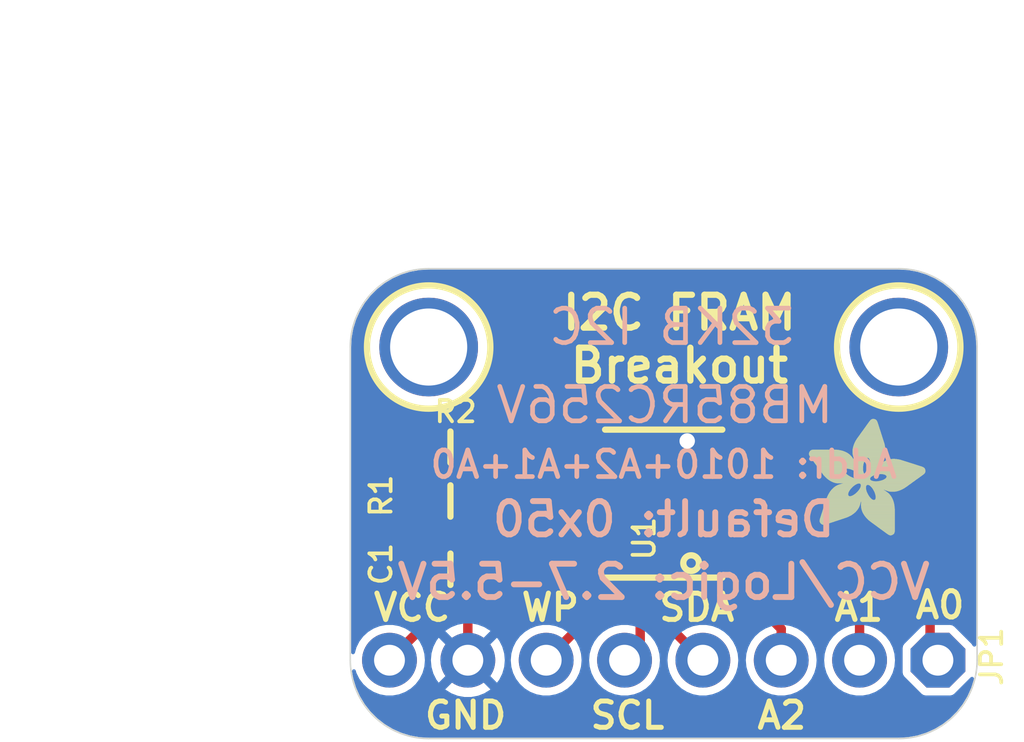
<source format=kicad_pcb>
(kicad_pcb (version 20221018) (generator pcbnew)
  (layers (0 "F.Cu" signal) (31 "B.Cu" signal) (34 "B.Paste" user) (35 "F.Paste" user) (36 "B.SilkS" user "B.Silkscreen") (37 "F.SilkS" user "F.Silkscreen") (38 "B.Mask" user) (39 "F.Mask" user) (44 "Edge.Cuts" user))
  (net 0 "")
  (net 1 "VCC")
  (net 2 "GND")
  (net 3 "SCL")
  (net 4 "SDA")
  (net 5 "WP")
  (net 6 "A0")
  (net 7 "A1")
  (net 8 "A2")
  (footprint "working:ADAFRUIT_3.5MM" (layer "F.Cu") (at 153.1911 106.0496)
    (fp_text reference "U$4" hide)
    (fp_text value "" hide)
  )
  (footprint "working:FIDUCIAL_1MM" (layer "F.Cu") (at 143.6311 101.5276)
    (fp_text reference "FID1" hide)
    (fp_text value "FIDUCIAL\"\"" hide)
    (pad "1" smd roundrect (at 0 0) (size 1 1) (layers "F.Cu" "F.Mask") (roundrect_rratio 0.5))
  )
  (footprint "working:_0805MP" (layer "F.Cu") (at 141.5871 107.1316)
    (fp_text reference "C1" (at -2.2525 0.5875 90) (layer "F.SilkS") (effects (font (size 0.692831 0.692831) (thickness 0.119969)) (justify left)))
    (fp_text value "10uF")
    (pad "1" smd rect (at -1.016 0) (size 1.2 1.3) (layers "F.Cu" "F.Paste" "F.Mask") (net 1 "VCC"))
    (pad "2" smd rect (at 1.016 0) (size 1.2 1.3) (layers "F.Cu" "F.Paste" "F.Mask") (net 2 "GND"))
  )
  (footprint "working:1X08_ROUND_70" (layer "F.Cu") (at 148.5011 110.0836 180)
    (fp_text reference "JP1" (at -10.6288 1.1362 90) (layer "F.SilkS") (effects (font (size 0.692831 0.692831) (thickness 0.119969)) (justify right)))
    (fp_text value "")
    (pad "1" thru_hole roundrect (at -8.89 0 270) (size 1.778 1.778) (drill 1) (layers "*.Cu" "*.Mask") (chamfer_ratio 0.2928932188) (chamfer top_left top_right bottom_left bottom_right) (net 6 "A0"))
    (pad "2" thru_hole circle (at -6.35 0 270) (size 1.778 1.778) (drill 1) (layers "*.Cu" "*.Mask") (net 7 "A1"))
    (pad "3" thru_hole circle (at -3.81 0 270) (size 1.778 1.778) (drill 1) (layers "*.Cu" "*.Mask") (net 8 "A2"))
    (pad "4" thru_hole circle (at -1.27 0 270) (size 1.778 1.778) (drill 1) (layers "*.Cu" "*.Mask") (net 4 "SDA"))
    (pad "5" thru_hole circle (at 1.27 0 270) (size 1.778 1.778) (drill 1) (layers "*.Cu" "*.Mask") (net 3 "SCL"))
    (pad "6" thru_hole circle (at 3.81 0 270) (size 1.778 1.778) (drill 1) (layers "*.Cu" "*.Mask") (net 5 "WP"))
    (pad "7" thru_hole circle (at 6.35 0 270) (size 1.778 1.778) (drill 1) (layers "*.Cu" "*.Mask") (net 2 "GND"))
    (pad "8" thru_hole circle (at 8.89 0 270) (size 1.778 1.778) (drill 1) (layers "*.Cu" "*.Mask") (net 1 "VCC"))
  )
  (footprint "working:_0805MP" (layer "F.Cu") (at 141.5871 103.1716 180)
    (fp_text reference "R2" (at 0.5875 1.1525) (layer "F.SilkS") (effects (font (size 0.692831 0.692831) (thickness 0.119969)) (justify left)))
    (fp_text value "10K")
    (pad "1" smd rect (at -1.016 0 180) (size 1.2 1.3) (layers "F.Cu" "F.Paste" "F.Mask") (net 4 "SDA"))
    (pad "2" smd rect (at 1.016 0 180) (size 1.2 1.3) (layers "F.Cu" "F.Paste" "F.Mask") (net 1 "VCC"))
  )
  (footprint "working:_0805MP" (layer "F.Cu") (at 141.5871 104.9176 180)
    (fp_text reference "R1" (at 2.2525 -0.5875 90) (layer "F.SilkS") (effects (font (size 0.692831 0.692831) (thickness 0.119969)) (justify left)))
    (fp_text value "10K")
    (pad "1" smd rect (at -1.016 0 180) (size 1.2 1.3) (layers "F.Cu" "F.Paste" "F.Mask") (net 3 "SCL"))
    (pad "2" smd rect (at 1.016 0 180) (size 1.2 1.3) (layers "F.Cu" "F.Paste" "F.Mask") (net 1 "VCC"))
  )
  (footprint "working:MOUNTINGHOLE_2.5_PLATED" (layer "F.Cu") (at 140.8811 99.9236)
    (fp_text reference "U$5" hide)
    (fp_text value "MOUNTINGHOLE2.5" hide)
    (pad "P$1" thru_hole circle (at 0 0) (size 3.2 3.2) (drill 2.5) (layers "*.Cu" "*.Mask"))
    (zone (net 0) (net_name "") (layer "B.Cu") (connect_pads (clearance 0)) (min_thickness 0.25)
      (keepout (tracks not_allowed) (vias not_allowed) (pads not_allowed) (copperpour not_allowed) (footprints allowed))
      (fill (thermal_gap 0.5) (thermal_bridge_width 0.5))
      (polygon (pts (xy 142.8971 99.9236) (xy 142.87748 99.643027) (xy 142.819004 99.367915) (xy 142.722808 99.103619) (xy 142.590765 98.855283) (xy 142.425446 98.62774) (xy 142.230067 98.42542) (xy 142.008433 98.25226) (xy 141.764856 98.111631) (xy 141.504078 98.00627) (xy 141.231175 97.938228) (xy 140.951457 97.908828) (xy 140.670371 97.918644) (xy 140.393385 97.967484) (xy 140.125893 98.054397) (xy 139.8731 98.177693) (xy 139.639926 98.33497) (xy 139.430911 98.523169) (xy 139.250122 98.738625) (xy 139.101078 98.977145) (xy 138.98668 99.234087) (xy 138.909154 99.50445) (xy 138.870011 99.782971) (xy 138.870011 100.064229) (xy 138.909154 100.34275) (xy 138.98668 100.613113) (xy 139.101078 100.870055) (xy 139.250122 101.108575) (xy 139.430911 101.324031) (xy 139.639926 101.51223) (xy 139.8731 101.669507) (xy 140.125893 101.792803) (xy 140.393385 101.879716) (xy 140.670371 101.928556) (xy 140.951457 101.938372) (xy 141.231175 101.908972) (xy 141.504078 101.84093) (xy 141.764856 101.735569) (xy 142.008433 101.59494) (xy 142.230067 101.42178) (xy 142.425446 101.21946) (xy 142.590765 100.991917) (xy 142.722808 100.743581) (xy 142.819004 100.479285) (xy 142.87748 100.204173)))
      (polygon (pts (xy 140.8651 99.9236) (xy 140.869786 99.934914) (xy 140.8811 99.9396) (xy 140.892414 99.934914) (xy 140.8971 99.9236) (xy 140.892414 99.912286) (xy 140.8811 99.9076) (xy 140.869786 99.912286)))
    )
  )
  (footprint "working:MOUNTINGHOLE_2.5_PLATED" (layer "F.Cu") (at 156.1211 99.9236)
    (fp_text reference "U$6" hide)
    (fp_text value "MOUNTINGHOLE2.5" hide)
    (pad "P$1" thru_hole circle (at 0 0) (size 3.2 3.2) (drill 2.5) (layers "*.Cu" "*.Mask"))
    (zone (net 0) (net_name "") (layer "B.Cu") (connect_pads (clearance 0)) (min_thickness 0.25)
      (keepout (tracks not_allowed) (vias not_allowed) (pads not_allowed) (copperpour not_allowed) (footprints allowed))
      (fill (thermal_gap 0.5) (thermal_bridge_width 0.5))
      (polygon (pts (xy 158.1371 99.9236) (xy 158.11748 99.643027) (xy 158.059004 99.367915) (xy 157.962808 99.103619) (xy 157.830765 98.855283) (xy 157.665446 98.62774) (xy 157.470067 98.42542) (xy 157.248433 98.25226) (xy 157.004856 98.111631) (xy 156.744078 98.00627) (xy 156.471175 97.938228) (xy 156.191457 97.908828) (xy 155.910371 97.918644) (xy 155.633385 97.967484) (xy 155.365893 98.054397) (xy 155.1131 98.177693) (xy 154.879926 98.33497) (xy 154.670911 98.523169) (xy 154.490122 98.738625) (xy 154.341078 98.977145) (xy 154.22668 99.234087) (xy 154.149154 99.50445) (xy 154.110011 99.782971) (xy 154.110011 100.064229) (xy 154.149154 100.34275) (xy 154.22668 100.613113) (xy 154.341078 100.870055) (xy 154.490122 101.108575) (xy 154.670911 101.324031) (xy 154.879926 101.51223) (xy 155.1131 101.669507) (xy 155.365893 101.792803) (xy 155.633385 101.879716) (xy 155.910371 101.928556) (xy 156.191457 101.938372) (xy 156.471175 101.908972) (xy 156.744078 101.84093) (xy 157.004856 101.735569) (xy 157.248433 101.59494) (xy 157.470067 101.42178) (xy 157.665446 101.21946) (xy 157.830765 100.991917) (xy 157.962808 100.743581) (xy 158.059004 100.479285) (xy 158.11748 100.204173)))
      (polygon (pts (xy 156.1051 99.9236) (xy 156.109786 99.934914) (xy 156.1211 99.9396) (xy 156.132414 99.934914) (xy 156.1371 99.9236) (xy 156.132414 99.912286) (xy 156.1211 99.9076) (xy 156.109786 99.912286)))
    )
  )
  (footprint "working:SOIC8_208MIL" (layer "F.Cu") (at 148.5011 105.0036 90)
    (fp_text reference "U1" (at -1.905 -0.635 90) (layer "F.SilkS") (effects (font (size 0.692831 0.692831) (thickness 0.119969)) (justify left)))
    (fp_text value "MB85RC256VPF-G-JNERE2")
    (pad "1" smd rect (at -1.905 3.315 90) (size 0.6 2.2) (layers "F.Cu" "F.Paste" "F.Mask") (net 6 "A0"))
    (pad "2" smd rect (at -0.635 3.315 90) (size 0.6 2.2) (layers "F.Cu" "F.Paste" "F.Mask") (net 7 "A1"))
    (pad "3" smd rect (at 0.635 3.315 90) (size 0.6 2.2) (layers "F.Cu" "F.Paste" "F.Mask") (net 8 "A2"))
    (pad "4" smd rect (at 1.905 3.315 90) (size 0.6 2.2) (layers "F.Cu" "F.Paste" "F.Mask") (net 2 "GND"))
    (pad "5" smd rect (at 1.905 -3.315 90) (size 0.6 2.2) (layers "F.Cu" "F.Paste" "F.Mask") (net 4 "SDA"))
    (pad "6" smd rect (at 0.635 -3.315 90) (size 0.6 2.2) (layers "F.Cu" "F.Paste" "F.Mask") (net 3 "SCL"))
    (pad "7" smd rect (at -0.635 -3.315 90) (size 0.6 2.2) (layers "F.Cu" "F.Paste" "F.Mask") (net 5 "WP"))
    (pad "8" smd rect (at -1.905 -3.315 90) (size 0.6 2.2) (layers "F.Cu" "F.Paste" "F.Mask") (net 1 "VCC"))
  )
  (footprint "working:FIDUCIAL_1MM" (layer "F.Cu") (at 157.2211 106.3436)
    (fp_text reference "FID2" hide)
    (fp_text value "FIDUCIAL\"\"" hide)
    (pad "1" smd roundrect (at 0 0) (size 1 1) (layers "F.Cu" "F.Mask") (roundrect_rratio 0.5))
  )
  (gr_line (start 140.8811 112.6236) (end 156.1211 112.6236) (stroke (width 0.05)) (layer "Edge.Cuts"))
  (gr_arc (start 156.1211 97.3836) (mid 157.917151 98.127549) (end 158.6611 99.9236) (stroke (width 0.05)) (layer "Edge.Cuts"))
  (gr_arc (start 138.3411 99.9236) (mid 139.085049 98.127549) (end 140.8811 97.3836) (stroke (width 0.05)) (layer "Edge.Cuts"))
  (gr_line (start 138.3411 99.9236) (end 138.3411 110.0836) (stroke (width 0.05)) (layer "Edge.Cuts"))
  (gr_line (start 156.1211 97.3836) (end 140.8811 97.3836) (stroke (width 0.05)) (layer "Edge.Cuts"))
  (gr_line (start 158.6611 110.0836) (end 158.6611 99.9236) (stroke (width 0.05)) (layer "Edge.Cuts"))
  (gr_arc (start 158.6611 110.0836) (mid 157.917151 111.879651) (end 156.1211 112.6236) (stroke (width 0.05)) (layer "Edge.Cuts"))
  (gr_arc (start 140.8811 112.6236) (mid 139.085049 111.879651) (end 138.3411 110.0836) (stroke (width 0.05)) (layer "Edge.Cuts"))
  (gr_text "32KB I2C" (at 152.8191 99.9236) (layer "B.SilkS") (effects (font (size 1.1176 1.1176) (thickness 0.1524)) (justify left bottom mirror)))
  (gr_text "Default: 0x50" (at 148.5011 105.5116) (layer "B.SilkS") (effects (font (size 1.0795 1.0795) (thickness 0.1905)) (justify mirror)))
  (gr_text "VCC/Logic: 2.7-5.5V" (at 148.5011 107.5436) (layer "B.SilkS") (effects (font (size 1.0795 1.0795) (thickness 0.1905)) (justify mirror)))
  (gr_text "Addr: 1010+A2+A1+A0" (at 148.5011 103.7336) (layer "B.SilkS") (effects (font (size 0.8636 0.8636) (thickness 0.1524)) (justify mirror)))
  (gr_text "MB85RC256V" (at 154.0891 102.4636) (layer "B.SilkS") (effects (font (size 1.1176 1.1176) (thickness 0.1524)) (justify left bottom mirror)))
  (gr_text "A0" (at 157.4571 108.2936) (layer "F.SilkS") (effects (font (size 0.85344 0.85344) (thickness 0.16256))))
  (gr_text "VCC" (at 140.3411 108.3736) (layer "F.SilkS") (effects (font (size 0.85344 0.85344) (thickness 0.16256))))
  (gr_text "A1" (at 154.8251 108.3736) (layer "F.SilkS") (effects (font (size 0.85344 0.85344) (thickness 0.16256))))
  (gr_text "I2C FRAM\nBreakout" (at 149.0091 99.6696) (layer "F.SilkS") (effects (font (size 1.0668 1.0668) (thickness 0.2032))))
  (gr_text "GND" (at 142.0791 111.8736) (layer "F.SilkS") (effects (font (size 0.85344 0.85344) (thickness 0.16256))))
  (gr_text "WP" (at 144.8251 108.3736) (layer "F.SilkS") (effects (font (size 0.85344 0.85344) (thickness 0.16256))))
  (gr_text "SDA" (at 149.5751 108.3736) (layer "F.SilkS") (effects (font (size 0.85344 0.85344) (thickness 0.16256))))
  (gr_text "SCL" (at 147.3251 111.8736) (layer "F.SilkS") (effects (font (size 0.85344 0.85344) (thickness 0.16256))))
  (gr_text "A2" (at 152.3291 111.8736) (layer "F.SilkS") (effects (font (size 0.85344 0.85344) (thickness 0.16256))))
  (segment (start 144.3101 106.9086) (end 143.4211 106.0196) (width 0.3048) (layer "F.Cu") (net 1))
  (segment (start 140.5711 104.9176) (end 140.5711 106.0196) (width 0.3048) (layer "F.Cu") (net 1))
  (segment (start 140.5711 106.0196) (end 140.5711 107.1316) (width 0.3048) (layer "F.Cu") (net 1))
  (segment (start 143.4211 106.0196) (end 140.5711 106.0196) (width 0.3048) (layer "F.Cu") (net 1))
  (segment (start 139.6111 110.0836) (end 140.5711 109.1236) (width 0.3048) (layer "F.Cu") (net 1))
  (segment (start 140.5711 109.1236) (end 140.5711 107.1316) (width 0.3048) (layer "F.Cu") (net 1))
  (segment (start 145.1861 106.9086) (end 144.3101 106.9086) (width 0.3048) (layer "F.Cu") (net 1))
  (segment (start 140.5711 103.1716) (end 140.5711 104.9176) (width 0.3048) (layer "F.Cu") (net 1))
  (segment (start 151.8161 103.0986) (end 149.3901 103.0986) (width 0.3048) (layer "F.Cu") (net 2))
  (segment (start 142.6031 107.1316) (end 142.1511 107.5836) (width 0.3048) (layer "F.Cu") (net 2))
  (segment (start 142.1511 107.5836) (end 142.1511 110.0836) (width 0.3048) (layer "F.Cu") (net 2))
  (segment (start 149.3901 103.0986) (end 149.2631 102.9716) (width 0.3048) (layer "F.Cu") (net 2))
  (via (at 149.2631 102.9716) (size 0.9064) (drill 0.5) (layers "F.Cu" "B.Cu") (net 2))
  (segment (start 149.2631 102.9716) (end 148.7551 102.9716) (width 0.3048) (layer "B.Cu") (net 2))
  (segment (start 147.7391 105.5116) (end 146.7231 104.4956) (width 0.3048) (layer "F.Cu") (net 3))
  (segment (start 142.6031 104.9176) (end 143.2531 105.1716) (width 0.3048) (layer "F.Cu") (net 3))
  (segment (start 147.7391 109.5756) (end 147.7391 105.5116) (width 0.3048) (layer "F.Cu") (net 3))
  (segment (start 147.2311 110.0836) (end 147.7391 109.5756) (width 0.3048) (layer "F.Cu") (net 3))
  (segment (start 143.2531 105.1716) (end 144.0561 104.3686) (width 0.3048) (layer "F.Cu") (net 3))
  (segment (start 144.0561 104.3686) (end 145.1861 104.3686) (width 0.3048) (layer "F.Cu") (net 3))
  (segment (start 146.7231 104.4956) (end 145.3131 104.4956) (width 0.3048) (layer "F.Cu") (net 3))
  (segment (start 145.3131 104.4956) (end 145.1861 104.3686) (width 0.3048) (layer "F.Cu") (net 3))
  (segment (start 142.6031 103.0986) (end 145.1861 103.0986) (width 0.3048) (layer "F.Cu") (net 4))
  (segment (start 142.6031 103.1716) (end 142.6031 103.0986) (width 0.3048) (layer "F.Cu") (net 4))
  (segment (start 149.7711 110.0836) (end 148.5011 108.8136) (width 0.3048) (layer "F.Cu") (net 4))
  (segment (start 146.8501 103.0986) (end 145.1861 103.0986) (width 0.3048) (layer "F.Cu") (net 4))
  (segment (start 148.5011 104.7496) (end 146.8501 103.0986) (width 0.3048) (layer "F.Cu") (net 4))
  (segment (start 148.5011 108.8136) (end 148.5011 104.7496) (width 0.3048) (layer "F.Cu") (net 4))
  (segment (start 146.5961 105.6386) (end 145.1861 105.6386) (width 0.3048) (layer "F.Cu") (net 5))
  (segment (start 144.6911 110.0836) (end 147.2311 107.5436) (width 0.3048) (layer "F.Cu") (net 5))
  (segment (start 147.2311 106.2736) (end 146.5961 105.6386) (width 0.3048) (layer "F.Cu") (net 5))
  (segment (start 147.2311 107.5436) (end 147.2311 106.2736) (width 0.3048) (layer "F.Cu") (net 5))
  (segment (start 155.7401 106.9086) (end 157.1371 108.3056) (width 0.3048) (layer "F.Cu") (net 6))
  (segment (start 157.1371 109.8296) (end 157.3911 110.0836) (width 0.3048) (layer "F.Cu") (net 6))
  (segment (start 157.1371 108.3056) (end 157.1371 109.8296) (width 0.3048) (layer "F.Cu") (net 6))
  (segment (start 151.8161 106.9086) (end 155.7401 106.9086) (width 0.3048) (layer "F.Cu") (net 6))
  (segment (start 150.0251 106.2736) (end 150.0251 107.2896) (width 0.3048) (layer "F.Cu") (net 7))
  (segment (start 150.5331 107.7976) (end 154.0891 107.7976) (width 0.3048) (layer "F.Cu") (net 7))
  (segment (start 150.6601 105.6386) (end 150.0251 106.2736) (width 0.3048) (layer "F.Cu") (net 7))
  (segment (start 154.0891 107.7976) (end 154.8511 108.5596) (width 0.3048) (layer "F.Cu") (net 7))
  (segment (start 150.0251 107.2896) (end 150.5331 107.7976) (width 0.3048) (layer "F.Cu") (net 7))
  (segment (start 154.8511 108.5596) (end 154.8511 110.0836) (width 0.3048) (layer "F.Cu") (net 7))
  (segment (start 151.8161 105.6386) (end 150.6601 105.6386) (width 0.3048) (layer "F.Cu") (net 7))
  (segment (start 151.5491 108.3056) (end 152.3111 109.0676) (width 0.3048) (layer "F.Cu") (net 8))
  (segment (start 151.8161 104.3686) (end 151.1681 104.3686) (width 0.3048) (layer "F.Cu") (net 8))
  (segment (start 149.2631 107.7976) (end 149.7711 108.3056) (width 0.3048) (layer "F.Cu") (net 8))
  (segment (start 152.3111 109.0676) (end 152.3111 110.0836) (width 0.3048) (layer "F.Cu") (net 8))
  (segment (start 149.7711 108.3056) (end 151.5491 108.3056) (width 0.3048) (layer "F.Cu") (net 8))
  (segment (start 149.2631 106.2736) (end 149.2631 107.7976) (width 0.3048) (layer "F.Cu") (net 8))
  (segment (start 151.1681 104.3686) (end 149.2631 106.2736) (width 0.3048) (layer "F.Cu") (net 8))
  (zone (net 2) (net_name "GND") (layer "B.Cu") (priority 6) (connect_pads (clearance 0.254)) (min_thickness 0.127) (fill yes (thermal_gap 0.304) (thermal_bridge_width 0.304))
    (polygon (pts (xy 158.6741 112.7506) (xy 138.2141 112.7506) (xy 138.2141 96.2266) (xy 158.6741 96.2266)))
  )
)
</source>
